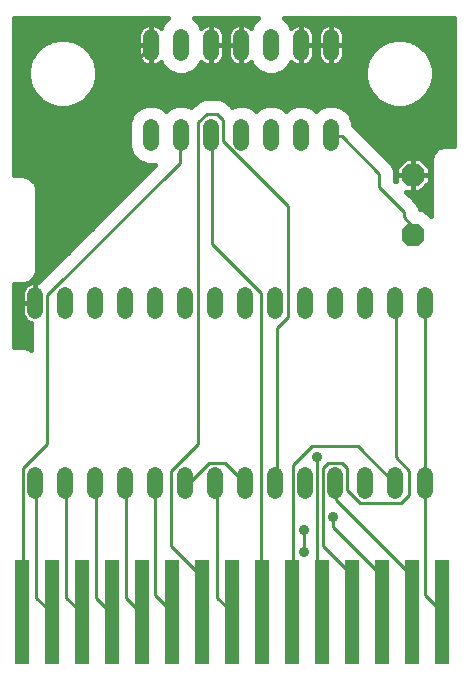
<source format=gtl>
G75*
%MOIN*%
%OFA0B0*%
%FSLAX25Y25*%
%IPPOS*%
%LPD*%
%AMOC8*
5,1,8,0,0,1.08239X$1,22.5*
%
%ADD10OC8,0.07600*%
%ADD11C,0.05200*%
%ADD12R,0.05000X0.35000*%
%ADD13C,0.01000*%
%ADD14C,0.01600*%
%ADD15C,0.03600*%
D10*
X0352445Y0148100D03*
X0352445Y0168100D03*
D11*
X0325161Y0178847D02*
X0325161Y0184047D01*
X0315161Y0184047D02*
X0315161Y0178847D01*
X0305161Y0178847D02*
X0305161Y0184047D01*
X0295161Y0184047D02*
X0295161Y0178847D01*
X0285161Y0178847D02*
X0285161Y0184047D01*
X0275161Y0184047D02*
X0275161Y0178847D01*
X0265161Y0178847D02*
X0265161Y0184047D01*
X0265161Y0208847D02*
X0265161Y0214047D01*
X0275161Y0214047D02*
X0275161Y0208847D01*
X0285161Y0208847D02*
X0285161Y0214047D01*
X0295161Y0214047D02*
X0295161Y0208847D01*
X0305161Y0208847D02*
X0305161Y0214047D01*
X0315161Y0214047D02*
X0315161Y0208847D01*
X0325161Y0208847D02*
X0325161Y0214047D01*
X0326500Y0128063D02*
X0326500Y0122863D01*
X0316500Y0122863D02*
X0316500Y0128063D01*
X0306500Y0128063D02*
X0306500Y0122863D01*
X0296500Y0122863D02*
X0296500Y0128063D01*
X0286500Y0128063D02*
X0286500Y0122863D01*
X0276500Y0122863D02*
X0276500Y0128063D01*
X0266500Y0128063D02*
X0266500Y0122863D01*
X0256500Y0122863D02*
X0256500Y0128063D01*
X0246500Y0128063D02*
X0246500Y0122863D01*
X0236500Y0122863D02*
X0236500Y0128063D01*
X0226500Y0128063D02*
X0226500Y0122863D01*
X0226500Y0068063D02*
X0226500Y0062863D01*
X0236500Y0062863D02*
X0236500Y0068063D01*
X0246500Y0068063D02*
X0246500Y0062863D01*
X0256500Y0062863D02*
X0256500Y0068063D01*
X0266500Y0068063D02*
X0266500Y0062863D01*
X0276500Y0062863D02*
X0276500Y0068063D01*
X0286500Y0068063D02*
X0286500Y0062863D01*
X0296500Y0062863D02*
X0296500Y0068063D01*
X0306500Y0068063D02*
X0306500Y0062863D01*
X0316500Y0062863D02*
X0316500Y0068063D01*
X0326500Y0068063D02*
X0326500Y0062863D01*
X0336500Y0062863D02*
X0336500Y0068063D01*
X0346500Y0068063D02*
X0346500Y0062863D01*
X0356500Y0062863D02*
X0356500Y0068063D01*
X0356500Y0122863D02*
X0356500Y0128063D01*
X0346500Y0128063D02*
X0346500Y0122863D01*
X0336500Y0122863D02*
X0336500Y0128063D01*
D12*
X0332031Y0022293D03*
X0322031Y0022293D03*
X0312031Y0022293D03*
X0302031Y0022293D03*
X0292031Y0022293D03*
X0282031Y0022293D03*
X0272031Y0022293D03*
X0262031Y0022293D03*
X0252031Y0022293D03*
X0242031Y0022293D03*
X0232031Y0022293D03*
X0222031Y0022293D03*
X0342031Y0022293D03*
X0352031Y0022293D03*
X0362031Y0022293D03*
D13*
X0362000Y0022660D01*
X0356600Y0028060D01*
X0356600Y0064960D01*
X0356500Y0065463D01*
X0356600Y0065860D01*
X0356600Y0125260D01*
X0356500Y0125463D01*
X0346700Y0125260D02*
X0346500Y0125463D01*
X0346700Y0125260D02*
X0346700Y0073960D01*
X0351200Y0069460D01*
X0351200Y0061360D01*
X0348500Y0058660D01*
X0335000Y0058660D01*
X0330500Y0063160D01*
X0330500Y0070360D01*
X0328700Y0072160D01*
X0324200Y0072160D01*
X0322400Y0070360D01*
X0322400Y0044260D01*
X0331400Y0035260D01*
X0331400Y0022660D01*
X0332031Y0022293D01*
X0322031Y0022293D02*
X0321500Y0022660D01*
X0320600Y0023560D01*
X0320600Y0073960D01*
X0318800Y0077560D02*
X0312500Y0071260D01*
X0312500Y0022660D01*
X0312031Y0022293D01*
X0302031Y0022293D02*
X0301700Y0022660D01*
X0301700Y0128860D01*
X0285500Y0145060D01*
X0285500Y0181060D01*
X0285161Y0181447D01*
X0289100Y0179260D02*
X0289100Y0186460D01*
X0287300Y0188260D01*
X0283700Y0188260D01*
X0281000Y0185560D01*
X0281000Y0078460D01*
X0272000Y0069460D01*
X0272000Y0044260D01*
X0281900Y0034360D01*
X0281900Y0022660D01*
X0282031Y0022293D01*
X0287300Y0027160D02*
X0291800Y0022660D01*
X0292031Y0022293D01*
X0287300Y0027160D02*
X0287300Y0064960D01*
X0286500Y0065463D01*
X0284600Y0072160D02*
X0278300Y0065860D01*
X0276500Y0065860D01*
X0276500Y0065463D01*
X0266600Y0064960D02*
X0266500Y0065463D01*
X0266600Y0064960D02*
X0266600Y0028060D01*
X0272000Y0022660D01*
X0272031Y0022293D01*
X0262031Y0022293D02*
X0261200Y0022660D01*
X0256700Y0027160D01*
X0256700Y0064960D01*
X0256500Y0065463D01*
X0246800Y0064960D02*
X0246500Y0065463D01*
X0246800Y0064960D02*
X0246800Y0027160D01*
X0251300Y0022660D01*
X0252031Y0022293D01*
X0242031Y0022293D02*
X0241400Y0022660D01*
X0236900Y0027160D01*
X0236900Y0064960D01*
X0236500Y0065463D01*
X0227000Y0064960D02*
X0226500Y0065463D01*
X0227000Y0064960D02*
X0227000Y0027160D01*
X0231500Y0022660D01*
X0232031Y0022293D01*
X0222500Y0022660D02*
X0222031Y0022293D01*
X0222500Y0022660D02*
X0222500Y0070360D01*
X0230600Y0078460D01*
X0230600Y0127960D01*
X0274700Y0172060D01*
X0274700Y0181060D01*
X0275161Y0181447D01*
X0289100Y0179260D02*
X0310700Y0157660D01*
X0310700Y0120760D01*
X0307100Y0117160D01*
X0307100Y0065860D01*
X0306500Y0065463D01*
X0296500Y0065463D02*
X0296300Y0065860D01*
X0290000Y0072160D01*
X0284600Y0072160D01*
X0318800Y0077560D02*
X0334100Y0077560D01*
X0345800Y0065860D01*
X0346500Y0065463D01*
X0326900Y0064960D02*
X0326900Y0059560D01*
X0351200Y0035260D01*
X0351200Y0022660D01*
X0352031Y0022293D01*
X0342031Y0022293D02*
X0341300Y0022660D01*
X0341300Y0035260D01*
X0326000Y0050560D01*
X0326000Y0054160D01*
X0316100Y0049660D02*
X0316100Y0042460D01*
X0326900Y0064960D02*
X0326500Y0065463D01*
X0227000Y0126160D02*
X0226500Y0125463D01*
X0227000Y0126160D02*
X0227000Y0172960D01*
X0264800Y0210760D01*
X0265161Y0211447D01*
X0285161Y0211447D02*
X0285500Y0211660D01*
X0294500Y0211660D01*
X0295161Y0211447D01*
X0315161Y0211447D02*
X0315200Y0211660D01*
X0325100Y0211660D01*
X0325161Y0211447D01*
X0325161Y0181447D02*
X0326000Y0181060D01*
X0328700Y0181060D01*
X0341300Y0168460D01*
X0341300Y0163960D01*
X0349400Y0155860D01*
X0349400Y0154060D01*
X0353000Y0150460D01*
X0353000Y0148660D01*
X0352445Y0148100D01*
D14*
X0219359Y0131698D02*
X0219359Y0110802D01*
X0222987Y0110802D01*
X0224935Y0109995D01*
X0225300Y0109630D01*
X0225300Y0118626D01*
X0224811Y0118785D01*
X0224194Y0119099D01*
X0223634Y0119506D01*
X0223144Y0119996D01*
X0222737Y0120556D01*
X0222422Y0121174D01*
X0222208Y0121832D01*
X0222100Y0122516D01*
X0222100Y0125463D01*
X0225300Y0125463D01*
X0225300Y0125463D01*
X0222100Y0125463D01*
X0222100Y0128409D01*
X0222208Y0129093D01*
X0222422Y0129752D01*
X0222737Y0130369D01*
X0223144Y0130929D01*
X0223634Y0131419D01*
X0224194Y0131826D01*
X0224811Y0132140D01*
X0225470Y0132354D01*
X0226154Y0132463D01*
X0226500Y0132463D01*
X0226500Y0131355D01*
X0226500Y0131356D01*
X0226500Y0132463D01*
X0226846Y0132463D01*
X0227503Y0132359D01*
X0227598Y0132453D01*
X0266591Y0171447D01*
X0263689Y0171447D01*
X0260970Y0172573D01*
X0258888Y0174655D01*
X0257761Y0177375D01*
X0257761Y0185519D01*
X0258888Y0188239D01*
X0260970Y0190320D01*
X0263689Y0191447D01*
X0266633Y0191447D01*
X0269353Y0190320D01*
X0270161Y0189512D01*
X0270970Y0190320D01*
X0273689Y0191447D01*
X0276633Y0191447D01*
X0278584Y0190639D01*
X0280698Y0192753D01*
X0282646Y0193560D01*
X0288354Y0193560D01*
X0290302Y0192753D01*
X0291793Y0191262D01*
X0292218Y0190837D01*
X0293689Y0191447D01*
X0296633Y0191447D01*
X0299353Y0190320D01*
X0300161Y0189512D01*
X0300970Y0190320D01*
X0303689Y0191447D01*
X0306633Y0191447D01*
X0309353Y0190320D01*
X0310161Y0189512D01*
X0310970Y0190320D01*
X0313689Y0191447D01*
X0316633Y0191447D01*
X0319353Y0190320D01*
X0320161Y0189512D01*
X0320970Y0190320D01*
X0323689Y0191447D01*
X0326633Y0191447D01*
X0329353Y0190320D01*
X0331435Y0188239D01*
X0332561Y0185519D01*
X0332561Y0184694D01*
X0344302Y0172953D01*
X0345793Y0171462D01*
X0346600Y0169514D01*
X0346600Y0166156D01*
X0346845Y0165911D01*
X0346845Y0168100D01*
X0352445Y0168100D01*
X0352445Y0162500D01*
X0354764Y0162500D01*
X0358045Y0165781D01*
X0358045Y0168100D01*
X0352445Y0168100D01*
X0352445Y0168100D01*
X0352445Y0168100D01*
X0352445Y0162500D01*
X0350255Y0162500D01*
X0352402Y0160353D01*
X0353893Y0158862D01*
X0354700Y0156914D01*
X0354700Y0156700D01*
X0356007Y0156700D01*
X0358365Y0154342D01*
X0358365Y0173485D01*
X0359172Y0175433D01*
X0360663Y0176924D01*
X0362611Y0177731D01*
X0366239Y0177731D01*
X0366239Y0220281D01*
X0309393Y0220281D01*
X0311435Y0218239D01*
X0311932Y0217039D01*
X0312295Y0217403D01*
X0312855Y0217810D01*
X0313472Y0218124D01*
X0314131Y0218338D01*
X0314815Y0218447D01*
X0315161Y0218447D01*
X0315161Y0211447D01*
X0315161Y0211447D01*
X0315161Y0211447D01*
X0315161Y0204447D01*
X0314815Y0204447D01*
X0314131Y0204555D01*
X0313472Y0204769D01*
X0312855Y0205084D01*
X0312295Y0205491D01*
X0311932Y0205854D01*
X0311435Y0204655D01*
X0309353Y0202573D01*
X0306633Y0201447D01*
X0303689Y0201447D01*
X0300970Y0202573D01*
X0298888Y0204655D01*
X0298391Y0205854D01*
X0298028Y0205491D01*
X0297468Y0205084D01*
X0296850Y0204769D01*
X0296192Y0204555D01*
X0295508Y0204447D01*
X0295161Y0204447D01*
X0295161Y0211447D01*
X0295161Y0211447D01*
X0290761Y0211447D01*
X0290761Y0214393D01*
X0290870Y0215077D01*
X0291084Y0215736D01*
X0291398Y0216353D01*
X0291805Y0216913D01*
X0292295Y0217403D01*
X0292855Y0217810D01*
X0293472Y0218124D01*
X0294131Y0218338D01*
X0294815Y0218447D01*
X0295161Y0218447D01*
X0295161Y0211447D01*
X0295161Y0211447D01*
X0290761Y0211447D01*
X0290761Y0208501D01*
X0290870Y0207817D01*
X0291084Y0207158D01*
X0291398Y0206541D01*
X0291805Y0205980D01*
X0292295Y0205491D01*
X0292855Y0205084D01*
X0293472Y0204769D01*
X0294131Y0204555D01*
X0294815Y0204447D01*
X0295161Y0204447D01*
X0295161Y0211447D01*
X0295161Y0211447D01*
X0295161Y0218447D01*
X0295508Y0218447D01*
X0296192Y0218338D01*
X0296850Y0218124D01*
X0297468Y0217810D01*
X0298028Y0217403D01*
X0298391Y0217039D01*
X0298888Y0218239D01*
X0300930Y0220281D01*
X0279393Y0220281D01*
X0281435Y0218239D01*
X0281932Y0217039D01*
X0282295Y0217403D01*
X0282855Y0217810D01*
X0283472Y0218124D01*
X0284131Y0218338D01*
X0284815Y0218447D01*
X0285161Y0218447D01*
X0285161Y0211447D01*
X0285161Y0211447D01*
X0285161Y0211447D01*
X0285161Y0204447D01*
X0284815Y0204447D01*
X0284131Y0204555D01*
X0283472Y0204769D01*
X0282855Y0205084D01*
X0282295Y0205491D01*
X0281932Y0205854D01*
X0281435Y0204655D01*
X0279353Y0202573D01*
X0276633Y0201447D01*
X0273689Y0201447D01*
X0270970Y0202573D01*
X0268888Y0204655D01*
X0268391Y0205854D01*
X0268028Y0205491D01*
X0267468Y0205084D01*
X0266850Y0204769D01*
X0266192Y0204555D01*
X0265508Y0204447D01*
X0265161Y0204447D01*
X0265161Y0211447D01*
X0265161Y0211447D01*
X0260761Y0211447D01*
X0260761Y0214393D01*
X0260870Y0215077D01*
X0261084Y0215736D01*
X0261398Y0216353D01*
X0261805Y0216913D01*
X0262295Y0217403D01*
X0262855Y0217810D01*
X0263472Y0218124D01*
X0264131Y0218338D01*
X0264815Y0218447D01*
X0265161Y0218447D01*
X0265161Y0211447D01*
X0265161Y0211447D01*
X0260761Y0211447D01*
X0260761Y0208501D01*
X0260870Y0207817D01*
X0261084Y0207158D01*
X0261398Y0206541D01*
X0261805Y0205980D01*
X0262295Y0205491D01*
X0262855Y0205084D01*
X0263472Y0204769D01*
X0264131Y0204555D01*
X0264815Y0204447D01*
X0265161Y0204447D01*
X0265161Y0211447D01*
X0265161Y0211447D01*
X0265161Y0218447D01*
X0265508Y0218447D01*
X0266192Y0218338D01*
X0266850Y0218124D01*
X0267468Y0217810D01*
X0268028Y0217403D01*
X0268391Y0217039D01*
X0268888Y0218239D01*
X0270930Y0220281D01*
X0219359Y0220281D01*
X0219359Y0167889D01*
X0222987Y0167889D01*
X0224935Y0167082D01*
X0226426Y0165591D01*
X0227233Y0163643D01*
X0227233Y0135944D01*
X0226426Y0133996D01*
X0224935Y0132505D01*
X0222987Y0131698D01*
X0219359Y0131698D01*
X0219359Y0131021D02*
X0223236Y0131021D01*
X0222315Y0129422D02*
X0219359Y0129422D01*
X0219359Y0127824D02*
X0222100Y0127824D01*
X0222100Y0126225D02*
X0219359Y0126225D01*
X0219359Y0124627D02*
X0222100Y0124627D01*
X0222100Y0123028D02*
X0219359Y0123028D01*
X0219359Y0121430D02*
X0222339Y0121430D01*
X0223309Y0119831D02*
X0219359Y0119831D01*
X0219359Y0118233D02*
X0225300Y0118233D01*
X0225300Y0116634D02*
X0219359Y0116634D01*
X0219359Y0115036D02*
X0225300Y0115036D01*
X0225300Y0113437D02*
X0219359Y0113437D01*
X0219359Y0111839D02*
X0225300Y0111839D01*
X0225300Y0110240D02*
X0224344Y0110240D01*
X0225050Y0132619D02*
X0227764Y0132619D01*
X0226518Y0134218D02*
X0229362Y0134218D01*
X0230961Y0135816D02*
X0227180Y0135816D01*
X0227233Y0137415D02*
X0232559Y0137415D01*
X0234158Y0139013D02*
X0227233Y0139013D01*
X0227233Y0140612D02*
X0235756Y0140612D01*
X0237355Y0142210D02*
X0227233Y0142210D01*
X0227233Y0143809D02*
X0238953Y0143809D01*
X0240552Y0145407D02*
X0227233Y0145407D01*
X0227233Y0147006D02*
X0242150Y0147006D01*
X0243749Y0148604D02*
X0227233Y0148604D01*
X0227233Y0150203D02*
X0245347Y0150203D01*
X0246946Y0151801D02*
X0227233Y0151801D01*
X0227233Y0153400D02*
X0248544Y0153400D01*
X0250143Y0154998D02*
X0227233Y0154998D01*
X0227233Y0156597D02*
X0251741Y0156597D01*
X0253340Y0158195D02*
X0227233Y0158195D01*
X0227233Y0159794D02*
X0254938Y0159794D01*
X0256537Y0161392D02*
X0227233Y0161392D01*
X0227233Y0162991D02*
X0258135Y0162991D01*
X0259734Y0164589D02*
X0226841Y0164589D01*
X0225829Y0166188D02*
X0261332Y0166188D01*
X0262931Y0167786D02*
X0223234Y0167786D01*
X0219359Y0169385D02*
X0264529Y0169385D01*
X0266128Y0170983D02*
X0219359Y0170983D01*
X0219359Y0172582D02*
X0260961Y0172582D01*
X0259363Y0174180D02*
X0219359Y0174180D01*
X0219359Y0175779D02*
X0258422Y0175779D01*
X0257761Y0177377D02*
X0219359Y0177377D01*
X0219359Y0178976D02*
X0257761Y0178976D01*
X0257761Y0180575D02*
X0219359Y0180575D01*
X0219359Y0182173D02*
X0257761Y0182173D01*
X0257761Y0183772D02*
X0219359Y0183772D01*
X0219359Y0185370D02*
X0257761Y0185370D01*
X0258362Y0186969D02*
X0219359Y0186969D01*
X0219359Y0188567D02*
X0259216Y0188567D01*
X0260815Y0190166D02*
X0219359Y0190166D01*
X0219359Y0191764D02*
X0230384Y0191764D01*
X0231276Y0191249D02*
X0234200Y0190466D01*
X0237226Y0190466D01*
X0240149Y0191249D01*
X0242769Y0192762D01*
X0244909Y0194902D01*
X0246422Y0197523D01*
X0247205Y0200446D01*
X0247205Y0203472D01*
X0246422Y0206395D01*
X0244909Y0209015D01*
X0242769Y0211155D01*
X0240149Y0212668D01*
X0237226Y0213452D01*
X0234200Y0213452D01*
X0231276Y0212668D01*
X0228656Y0211155D01*
X0226516Y0209015D01*
X0225003Y0206395D01*
X0224220Y0203472D01*
X0224220Y0200446D01*
X0225003Y0197523D01*
X0226516Y0194902D01*
X0228656Y0192762D01*
X0231276Y0191249D01*
X0228055Y0193363D02*
X0219359Y0193363D01*
X0219359Y0194961D02*
X0226482Y0194961D01*
X0225559Y0196560D02*
X0219359Y0196560D01*
X0219359Y0198158D02*
X0224833Y0198158D01*
X0224404Y0199757D02*
X0219359Y0199757D01*
X0219359Y0201355D02*
X0224220Y0201355D01*
X0224220Y0202954D02*
X0219359Y0202954D01*
X0219359Y0204552D02*
X0224509Y0204552D01*
X0224938Y0206151D02*
X0219359Y0206151D01*
X0219359Y0207749D02*
X0225785Y0207749D01*
X0226848Y0209348D02*
X0219359Y0209348D01*
X0219359Y0210946D02*
X0228447Y0210946D01*
X0231062Y0212545D02*
X0219359Y0212545D01*
X0219359Y0214143D02*
X0260761Y0214143D01*
X0260761Y0212545D02*
X0240363Y0212545D01*
X0242978Y0210946D02*
X0260761Y0210946D01*
X0260761Y0209348D02*
X0244577Y0209348D01*
X0245640Y0207749D02*
X0260892Y0207749D01*
X0261682Y0206151D02*
X0246488Y0206151D01*
X0246916Y0204552D02*
X0264150Y0204552D01*
X0265161Y0204552D02*
X0265161Y0204552D01*
X0266173Y0204552D02*
X0268991Y0204552D01*
X0270589Y0202954D02*
X0247205Y0202954D01*
X0247205Y0201355D02*
X0336424Y0201355D01*
X0336424Y0200446D02*
X0337208Y0197523D01*
X0338721Y0194902D01*
X0340861Y0192762D01*
X0343481Y0191249D01*
X0346404Y0190466D01*
X0349430Y0190466D01*
X0352353Y0191249D01*
X0354974Y0192762D01*
X0357114Y0194902D01*
X0358627Y0197523D01*
X0359410Y0200446D01*
X0359410Y0203472D01*
X0358627Y0206395D01*
X0357114Y0209015D01*
X0354974Y0211155D01*
X0352353Y0212668D01*
X0349430Y0213452D01*
X0346404Y0213452D01*
X0343481Y0212668D01*
X0340861Y0211155D01*
X0338721Y0209015D01*
X0337208Y0206395D01*
X0336424Y0203472D01*
X0336424Y0200446D01*
X0336609Y0199757D02*
X0247021Y0199757D01*
X0246593Y0198158D02*
X0337037Y0198158D01*
X0337764Y0196560D02*
X0245866Y0196560D01*
X0244943Y0194961D02*
X0338686Y0194961D01*
X0340260Y0193363D02*
X0288831Y0193363D01*
X0291291Y0191764D02*
X0342589Y0191764D01*
X0353246Y0191764D02*
X0366239Y0191764D01*
X0366239Y0190166D02*
X0329508Y0190166D01*
X0331106Y0188567D02*
X0366239Y0188567D01*
X0366239Y0186969D02*
X0331961Y0186969D01*
X0332561Y0185370D02*
X0366239Y0185370D01*
X0366239Y0183772D02*
X0333484Y0183772D01*
X0335083Y0182173D02*
X0366239Y0182173D01*
X0366239Y0180575D02*
X0336681Y0180575D01*
X0338280Y0178976D02*
X0366239Y0178976D01*
X0361757Y0177377D02*
X0339878Y0177377D01*
X0341477Y0175779D02*
X0359518Y0175779D01*
X0358653Y0174180D02*
X0343075Y0174180D01*
X0344674Y0172582D02*
X0349007Y0172582D01*
X0350125Y0173700D02*
X0346845Y0170420D01*
X0346845Y0168100D01*
X0352445Y0168100D01*
X0352445Y0168100D01*
X0358045Y0168100D01*
X0358045Y0170420D01*
X0354764Y0173700D01*
X0352445Y0173700D01*
X0352445Y0168101D01*
X0352445Y0168101D01*
X0352445Y0173700D01*
X0350125Y0173700D01*
X0352445Y0172582D02*
X0352445Y0172582D01*
X0352445Y0170983D02*
X0352445Y0170983D01*
X0352445Y0169385D02*
X0352445Y0169385D01*
X0352445Y0167786D02*
X0352445Y0167786D01*
X0352445Y0166188D02*
X0352445Y0166188D01*
X0352445Y0164589D02*
X0352445Y0164589D01*
X0352445Y0162991D02*
X0352445Y0162991D01*
X0351363Y0161392D02*
X0358365Y0161392D01*
X0358365Y0159794D02*
X0352962Y0159794D01*
X0354169Y0158195D02*
X0358365Y0158195D01*
X0358365Y0156597D02*
X0356111Y0156597D01*
X0357709Y0154998D02*
X0358365Y0154998D01*
X0358365Y0162991D02*
X0355255Y0162991D01*
X0356853Y0164589D02*
X0358365Y0164589D01*
X0358365Y0166188D02*
X0358045Y0166188D01*
X0358045Y0167786D02*
X0358365Y0167786D01*
X0358365Y0169385D02*
X0358045Y0169385D01*
X0358365Y0170983D02*
X0357481Y0170983D01*
X0358365Y0172582D02*
X0355883Y0172582D01*
X0347408Y0170983D02*
X0345992Y0170983D01*
X0346600Y0169385D02*
X0346845Y0169385D01*
X0346845Y0167786D02*
X0346600Y0167786D01*
X0346600Y0166188D02*
X0346845Y0166188D01*
X0320815Y0190166D02*
X0319508Y0190166D01*
X0310815Y0190166D02*
X0309508Y0190166D01*
X0300815Y0190166D02*
X0299508Y0190166D01*
X0282169Y0193363D02*
X0243370Y0193363D01*
X0241041Y0191764D02*
X0279709Y0191764D01*
X0270815Y0190166D02*
X0269508Y0190166D01*
X0279733Y0202954D02*
X0300589Y0202954D01*
X0298991Y0204552D02*
X0296173Y0204552D01*
X0295161Y0204552D02*
X0295161Y0204552D01*
X0294150Y0204552D02*
X0286173Y0204552D01*
X0286192Y0204555D02*
X0286850Y0204769D01*
X0287468Y0205084D01*
X0288028Y0205491D01*
X0288518Y0205980D01*
X0288925Y0206541D01*
X0289239Y0207158D01*
X0289453Y0207817D01*
X0289561Y0208501D01*
X0289561Y0211447D01*
X0289561Y0214393D01*
X0289453Y0215077D01*
X0289239Y0215736D01*
X0288925Y0216353D01*
X0288518Y0216913D01*
X0288028Y0217403D01*
X0287468Y0217810D01*
X0286850Y0218124D01*
X0286192Y0218338D01*
X0285508Y0218447D01*
X0285161Y0218447D01*
X0285161Y0211447D01*
X0285162Y0211447D02*
X0289561Y0211447D01*
X0285162Y0211447D01*
X0285162Y0211447D01*
X0285161Y0211447D02*
X0285161Y0204447D01*
X0285508Y0204447D01*
X0286192Y0204555D01*
X0285161Y0204552D02*
X0285161Y0204552D01*
X0284150Y0204552D02*
X0281332Y0204552D01*
X0285161Y0206151D02*
X0285161Y0206151D01*
X0285161Y0207749D02*
X0285161Y0207749D01*
X0285161Y0209348D02*
X0285161Y0209348D01*
X0285161Y0210946D02*
X0285161Y0210946D01*
X0285161Y0212545D02*
X0285161Y0212545D01*
X0285161Y0214143D02*
X0285161Y0214143D01*
X0285161Y0215742D02*
X0285161Y0215742D01*
X0285161Y0217340D02*
X0285161Y0217340D01*
X0282232Y0217340D02*
X0281807Y0217340D01*
X0280735Y0218939D02*
X0299588Y0218939D01*
X0298516Y0217340D02*
X0298091Y0217340D01*
X0295161Y0217340D02*
X0295161Y0217340D01*
X0295161Y0215742D02*
X0295161Y0215742D01*
X0295161Y0214143D02*
X0295161Y0214143D01*
X0295161Y0212545D02*
X0295161Y0212545D01*
X0295161Y0210946D02*
X0295161Y0210946D01*
X0295161Y0209348D02*
X0295161Y0209348D01*
X0295161Y0207749D02*
X0295161Y0207749D01*
X0295161Y0206151D02*
X0295161Y0206151D01*
X0291682Y0206151D02*
X0288641Y0206151D01*
X0289431Y0207749D02*
X0290892Y0207749D01*
X0290761Y0209348D02*
X0289561Y0209348D01*
X0289561Y0210946D02*
X0290761Y0210946D01*
X0290761Y0212545D02*
X0289561Y0212545D01*
X0289561Y0214143D02*
X0290761Y0214143D01*
X0291087Y0215742D02*
X0289236Y0215742D01*
X0288091Y0217340D02*
X0292232Y0217340D01*
X0310735Y0218939D02*
X0366239Y0218939D01*
X0366239Y0217340D02*
X0328091Y0217340D01*
X0328028Y0217403D02*
X0327468Y0217810D01*
X0326850Y0218124D01*
X0326192Y0218338D01*
X0325508Y0218447D01*
X0325161Y0218447D01*
X0324815Y0218447D01*
X0324131Y0218338D01*
X0323472Y0218124D01*
X0322855Y0217810D01*
X0322295Y0217403D01*
X0321805Y0216913D01*
X0321398Y0216353D01*
X0321084Y0215736D01*
X0320870Y0215077D01*
X0320761Y0214393D01*
X0320761Y0211447D01*
X0325161Y0211447D01*
X0325161Y0211447D01*
X0325161Y0218447D01*
X0325161Y0211447D01*
X0325161Y0211447D01*
X0320761Y0211447D01*
X0320761Y0208501D01*
X0320870Y0207817D01*
X0321084Y0207158D01*
X0321398Y0206541D01*
X0321805Y0205980D01*
X0322295Y0205491D01*
X0322855Y0205084D01*
X0323472Y0204769D01*
X0324131Y0204555D01*
X0324815Y0204447D01*
X0325161Y0204447D01*
X0325161Y0211447D01*
X0325161Y0211447D01*
X0325162Y0211447D02*
X0329561Y0211447D01*
X0329561Y0214393D01*
X0329453Y0215077D01*
X0329239Y0215736D01*
X0328925Y0216353D01*
X0328518Y0216913D01*
X0328028Y0217403D01*
X0329236Y0215742D02*
X0366239Y0215742D01*
X0366239Y0214143D02*
X0329561Y0214143D01*
X0329561Y0212545D02*
X0343267Y0212545D01*
X0340651Y0210946D02*
X0329561Y0210946D01*
X0329561Y0211447D02*
X0325162Y0211447D01*
X0325162Y0211447D01*
X0325161Y0211447D02*
X0325161Y0204447D01*
X0325508Y0204447D01*
X0326192Y0204555D01*
X0326850Y0204769D01*
X0327468Y0205084D01*
X0328028Y0205491D01*
X0328518Y0205980D01*
X0328925Y0206541D01*
X0329239Y0207158D01*
X0329453Y0207817D01*
X0329561Y0208501D01*
X0329561Y0211447D01*
X0329561Y0209348D02*
X0339053Y0209348D01*
X0337990Y0207749D02*
X0329431Y0207749D01*
X0328641Y0206151D02*
X0337142Y0206151D01*
X0336714Y0204552D02*
X0326173Y0204552D01*
X0325161Y0204552D02*
X0325161Y0204552D01*
X0324150Y0204552D02*
X0316173Y0204552D01*
X0316192Y0204555D02*
X0316850Y0204769D01*
X0317468Y0205084D01*
X0318028Y0205491D01*
X0318518Y0205980D01*
X0318925Y0206541D01*
X0319239Y0207158D01*
X0319453Y0207817D01*
X0319561Y0208501D01*
X0319561Y0211447D01*
X0319561Y0214393D01*
X0319453Y0215077D01*
X0319239Y0215736D01*
X0318925Y0216353D01*
X0318518Y0216913D01*
X0318028Y0217403D01*
X0317468Y0217810D01*
X0316850Y0218124D01*
X0316192Y0218338D01*
X0315508Y0218447D01*
X0315161Y0218447D01*
X0315161Y0211447D01*
X0315162Y0211447D02*
X0319561Y0211447D01*
X0315162Y0211447D01*
X0315162Y0211447D01*
X0315161Y0211447D02*
X0315161Y0204447D01*
X0315508Y0204447D01*
X0316192Y0204555D01*
X0315161Y0204552D02*
X0315161Y0204552D01*
X0314150Y0204552D02*
X0311332Y0204552D01*
X0309733Y0202954D02*
X0336424Y0202954D01*
X0325161Y0206151D02*
X0325161Y0206151D01*
X0325161Y0207749D02*
X0325161Y0207749D01*
X0325161Y0209348D02*
X0325161Y0209348D01*
X0325161Y0210946D02*
X0325161Y0210946D01*
X0325161Y0212545D02*
X0325161Y0212545D01*
X0325161Y0214143D02*
X0325161Y0214143D01*
X0325161Y0215742D02*
X0325161Y0215742D01*
X0325161Y0217340D02*
X0325161Y0217340D01*
X0322232Y0217340D02*
X0318091Y0217340D01*
X0319236Y0215742D02*
X0321087Y0215742D01*
X0320761Y0214143D02*
X0319561Y0214143D01*
X0319561Y0212545D02*
X0320761Y0212545D01*
X0320761Y0210946D02*
X0319561Y0210946D01*
X0319561Y0209348D02*
X0320761Y0209348D01*
X0320892Y0207749D02*
X0319431Y0207749D01*
X0318641Y0206151D02*
X0321682Y0206151D01*
X0315161Y0206151D02*
X0315161Y0206151D01*
X0315161Y0207749D02*
X0315161Y0207749D01*
X0315161Y0209348D02*
X0315161Y0209348D01*
X0315161Y0210946D02*
X0315161Y0210946D01*
X0315161Y0212545D02*
X0315161Y0212545D01*
X0315161Y0214143D02*
X0315161Y0214143D01*
X0315161Y0215742D02*
X0315161Y0215742D01*
X0315161Y0217340D02*
X0315161Y0217340D01*
X0312232Y0217340D02*
X0311807Y0217340D01*
X0352568Y0212545D02*
X0366239Y0212545D01*
X0366239Y0210946D02*
X0355183Y0210946D01*
X0356782Y0209348D02*
X0366239Y0209348D01*
X0366239Y0207749D02*
X0357845Y0207749D01*
X0358692Y0206151D02*
X0366239Y0206151D01*
X0366239Y0204552D02*
X0359121Y0204552D01*
X0359410Y0202954D02*
X0366239Y0202954D01*
X0366239Y0201355D02*
X0359410Y0201355D01*
X0359226Y0199757D02*
X0366239Y0199757D01*
X0366239Y0198158D02*
X0358797Y0198158D01*
X0358071Y0196560D02*
X0366239Y0196560D01*
X0366239Y0194961D02*
X0357148Y0194961D01*
X0355575Y0193363D02*
X0366239Y0193363D01*
X0269588Y0218939D02*
X0219359Y0218939D01*
X0219359Y0217340D02*
X0262232Y0217340D01*
X0261087Y0215742D02*
X0219359Y0215742D01*
X0265161Y0215742D02*
X0265161Y0215742D01*
X0265161Y0217340D02*
X0265161Y0217340D01*
X0268091Y0217340D02*
X0268516Y0217340D01*
X0265161Y0214143D02*
X0265161Y0214143D01*
X0265161Y0212545D02*
X0265161Y0212545D01*
X0265161Y0210946D02*
X0265161Y0210946D01*
X0265161Y0209348D02*
X0265161Y0209348D01*
X0265161Y0207749D02*
X0265161Y0207749D01*
X0265161Y0206151D02*
X0265161Y0206151D01*
D15*
X0320600Y0073960D03*
X0326000Y0054160D03*
X0316100Y0049660D03*
X0316100Y0042460D03*
M02*

</source>
